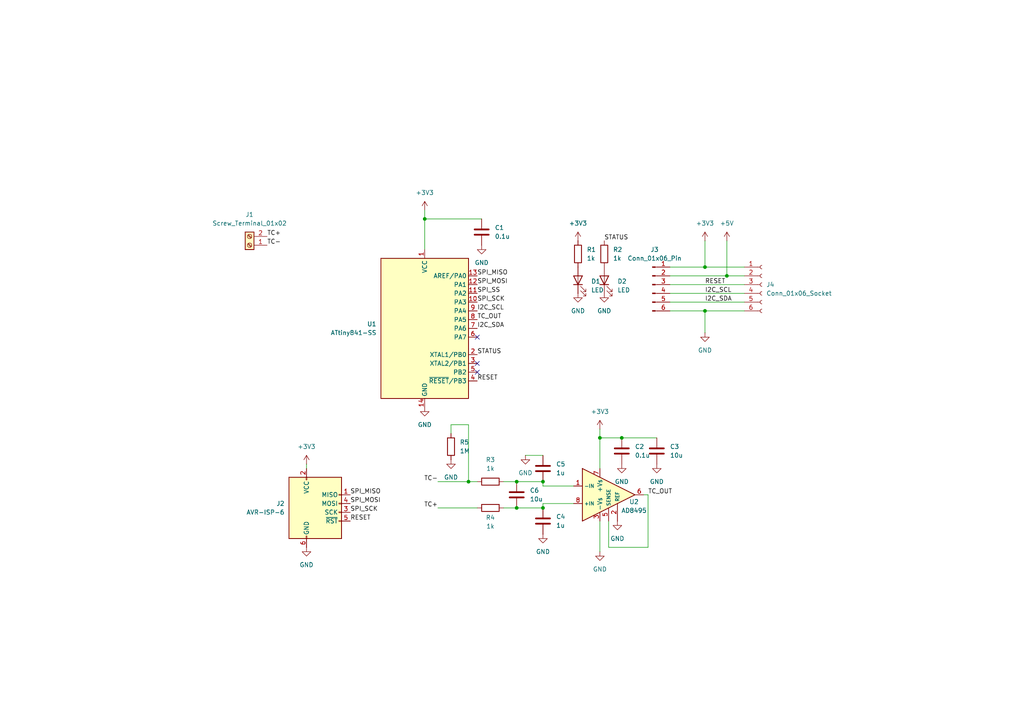
<source format=kicad_sch>
(kicad_sch (version 20231120) (generator "eeschema") (generator_version "8.0")
  (paper "A4")
  (lib_symbols
    (symbol "Connector:AVR-ISP-6" (pin_names (offset 1.016))
      (property "Reference" "J" (at -6.35 11.43 0))
      (property "Value" "AVR-ISP-6" (at 0 11.43 0))
      (symbol "AVR-ISP-6_0_1"
        (rectangle (start -2.667 -6.858) (end -2.413 -7.62))
        (rectangle (start -2.667 10.16) (end -2.413 9.398))
        (rectangle (start 7.62 -2.413) (end 6.858 -2.667))
        (rectangle (start 7.62 0.127) (end 6.858 -0.127))
        (rectangle (start 7.62 2.667) (end 6.858 2.413))
        (rectangle (start 7.62 5.207) (end 6.858 4.953))
        (rectangle (start 7.62 10.16) (end -7.62 -7.62) (stroke (width 0.254)) (fill (type background)))
      )
      (symbol "AVR-ISP-6_1_1"
        (pin passive line (at 10.16 5.08 180) (length 2.54) (name "MISO") (number "1"))
        (pin passive line (at -2.54 12.7 270) (length 2.54) (name "VCC") (number "2"))
        (pin passive line (at 10.16 0 180) (length 2.54) (name "SCK") (number "3"))
        (pin passive line (at 10.16 2.54 180) (length 2.54) (name "MOSI") (number "4"))
        (pin passive line (at 10.16 -2.54 180) (length 2.54) (name "~{RST}") (number "5"))
        (pin passive line (at -2.54 -10.16 90) (length 2.54) (name "GND") (number "6"))
      )
    )
    (symbol "Connector:Conn_01x06_Pin" (pin_names (offset 1.016) hide)
      (property "Reference" "J" (at 0 7.62 0))
      (property "Value" "Conn_01x06_Pin" (at 0 -10.16 0))
      (symbol "Conn_01x06_Pin_1_1"
        (polyline (pts (xy 1.27 -7.62) (xy 0.8636 -7.62)) (stroke (width 0.1524)))
        (polyline (pts (xy 1.27 -5.08) (xy 0.8636 -5.08)) (stroke (width 0.1524)))
        (polyline (pts (xy 1.27 -2.54) (xy 0.8636 -2.54)) (stroke (width 0.1524)))
        (polyline (pts (xy 1.27 0) (xy 0.8636 0)) (stroke (width 0.1524)))
        (polyline (pts (xy 1.27 2.54) (xy 0.8636 2.54)) (stroke (width 0.1524)))
        (polyline (pts (xy 1.27 5.08) (xy 0.8636 5.08)) (stroke (width 0.1524)))
        (rectangle (start 0.8636 -7.493) (end 0 -7.747) (stroke (width 0.1524)) (fill (type outline)))
        (rectangle (start 0.8636 -4.953) (end 0 -5.207) (stroke (width 0.1524)) (fill (type outline)))
        (rectangle (start 0.8636 -2.413) (end 0 -2.667) (stroke (width 0.1524)) (fill (type outline)))
        (rectangle (start 0.8636 0.127) (end 0 -0.127) (stroke (width 0.1524)) (fill (type outline)))
        (rectangle (start 0.8636 2.667) (end 0 2.413) (stroke (width 0.1524)) (fill (type outline)))
        (rectangle (start 0.8636 5.207) (end 0 4.953) (stroke (width 0.1524)) (fill (type outline)))
        (pin passive line (at 5.08 5.08 180) (length 3.81) (name "Pin_1") (number "1"))
        (pin passive line (at 5.08 2.54 180) (length 3.81) (name "Pin_2") (number "2"))
        (pin passive line (at 5.08 0 180) (length 3.81) (name "Pin_3") (number "3"))
        (pin passive line (at 5.08 -2.54 180) (length 3.81) (name "Pin_4") (number "4"))
        (pin passive line (at 5.08 -5.08 180) (length 3.81) (name "Pin_5") (number "5"))
        (pin passive line (at 5.08 -7.62 180) (length 3.81) (name "Pin_6") (number "6"))
      )
    )
    (symbol "Connector:Conn_01x06_Socket" (pin_names (offset 1.016) hide)
      (property "Reference" "J" (at 0 7.62 0))
      (property "Value" "Conn_01x06_Socket" (at 0 -10.16 0))
      (symbol "Conn_01x06_Socket_1_1"
        (arc (start 0 -7.112) (mid -0.5058 -7.62) (end 0 -8.128) (stroke (width 0.1524)))
        (arc (start 0 -4.572) (mid -0.5058 -5.08) (end 0 -5.588) (stroke (width 0.1524)))
        (arc (start 0 -2.032) (mid -0.5058 -2.54) (end 0 -3.048) (stroke (width 0.1524)))
        (polyline (pts (xy -1.27 -7.62) (xy -0.508 -7.62)) (stroke (width 0.1524)))
        (polyline (pts (xy -1.27 -5.08) (xy -0.508 -5.08)) (stroke (width 0.1524)))
        (polyline (pts (xy -1.27 -2.54) (xy -0.508 -2.54)) (stroke (width 0.1524)))
        (polyline (pts (xy -1.27 0) (xy -0.508 0)) (stroke (width 0.1524)))
        (polyline (pts (xy -1.27 2.54) (xy -0.508 2.54)) (stroke (width 0.1524)))
        (polyline (pts (xy -1.27 5.08) (xy -0.508 5.08)) (stroke (width 0.1524)))
        (arc (start 0 0.508) (mid -0.5058 0) (end 0 -0.508) (stroke (width 0.1524)))
        (arc (start 0 3.048) (mid -0.5058 2.54) (end 0 2.032) (stroke (width 0.1524)))
        (arc (start 0 5.588) (mid -0.5058 5.08) (end 0 4.572) (stroke (width 0.1524)))
        (pin passive line (at -5.08 5.08 0) (length 3.81) (name "Pin_1") (number "1"))
        (pin passive line (at -5.08 2.54 0) (length 3.81) (name "Pin_2") (number "2"))
        (pin passive line (at -5.08 0 0) (length 3.81) (name "Pin_3") (number "3"))
        (pin passive line (at -5.08 -2.54 0) (length 3.81) (name "Pin_4") (number "4"))
        (pin passive line (at -5.08 -5.08 0) (length 3.81) (name "Pin_5") (number "5"))
        (pin passive line (at -5.08 -7.62 0) (length 3.81) (name "Pin_6") (number "6"))
      )
    )
    (symbol "Connector:Screw_Terminal_01x02" (pin_names (offset 1.016) hide)
      (property "Reference" "J" (at 0 2.54 0))
      (property "Value" "Screw_Terminal_01x02" (at 0 -5.08 0))
      (symbol "Screw_Terminal_01x02_1_1"
        (rectangle (start -1.27 1.27) (end 1.27 -3.81) (stroke (width 0.254)) (fill (type background)))
        (circle (center 0 -2.54) (radius 0.635) (stroke (width 0.1524)))
        (polyline (pts (xy -0.5334 -2.2098) (xy 0.3302 -3.048)) (stroke (width 0.1524)))
        (polyline (pts (xy -0.5334 0.3302) (xy 0.3302 -0.508)) (stroke (width 0.1524)))
        (polyline (pts (xy -0.3556 -2.032) (xy 0.508 -2.8702)) (stroke (width 0.1524)))
        (polyline (pts (xy -0.3556 0.508) (xy 0.508 -0.3302)) (stroke (width 0.1524)))
        (circle (center 0 0) (radius 0.635) (stroke (width 0.1524)))
        (pin passive line (at -5.08 0 0) (length 3.81) (name "Pin_1") (number "1"))
        (pin passive line (at -5.08 -2.54 0) (length 3.81) (name "Pin_2") (number "2"))
      )
    )
    (symbol "Device:C" (pin_numbers hide) (pin_names (offset 0.254))
      (property "Reference" "C" (at 0.635 2.54 0))
      (property "Value" "C" (at 0.635 -2.54 0))
      (symbol "C_0_1"
        (polyline (pts (xy -2.032 -0.762) (xy 2.032 -0.762)) (stroke (width 0.508)))
        (polyline (pts (xy -2.032 0.762) (xy 2.032 0.762)) (stroke (width 0.508)))
      )
      (symbol "C_1_1"
        (pin passive line (at 0 3.81 270) (length 2.794) (name "~") (number "1"))
        (pin passive line (at 0 -3.81 90) (length 2.794) (name "~") (number "2"))
      )
    )
    (symbol "Device:LED" (pin_numbers hide) (pin_names (offset 1.016) hide)
      (property "Reference" "D" (at 0 2.54 0))
      (property "Value" "LED" (at 0 -2.54 0))
      (symbol "LED_0_1"
        (polyline (pts (xy -1.27 -1.27) (xy -1.27 1.27)) (stroke (width 0.254)))
        (polyline (pts (xy -1.27 0) (xy 1.27 0)))
        (polyline (pts (xy 1.27 -1.27) (xy 1.27 1.27) (xy -1.27 0) (xy 1.27 -1.27)) (stroke (width 0.254)))
        (polyline (pts (xy -3.048 -0.762) (xy -4.572 -2.286) (xy -3.81 -2.286) (xy -4.572 -2.286) (xy -4.572 -1.524)))
        (polyline (pts (xy -1.778 -0.762) (xy -3.302 -2.286) (xy -2.54 -2.286) (xy -3.302 -2.286) (xy -3.302 -1.524)))
      )
      (symbol "LED_1_1"
        (pin passive line (at -3.81 0 0) (length 2.54) (name "K") (number "1"))
        (pin passive line (at 3.81 0 180) (length 2.54) (name "A") (number "2"))
      )
    )
    (symbol "Device:R" (pin_numbers hide) (pin_names (offset 0))
      (property "Reference" "R" (at 2.032 0 90))
      (property "Value" "R" (at 0 0 90))
      (symbol "R_0_1"
        (rectangle (start -1.016 -2.54) (end 1.016 2.54) (stroke (width 0.254)))
      )
      (symbol "R_1_1"
        (pin passive line (at 0 3.81 270) (length 1.27) (name "~") (number "1"))
        (pin passive line (at 0 -3.81 90) (length 1.27) (name "~") (number "2"))
      )
    )
    (symbol "MCU_Microchip_ATtiny:ATtiny841-SS"
      (property "Reference" "U" (at -12.7 21.59 0))
      (property "Value" "ATtiny841-SS" (at 2.54 -21.59 0))
      (symbol "ATtiny841-SS_0_1"
        (rectangle (start -12.7 -20.32) (end 12.7 20.32) (stroke (width 0.254)) (fill (type background)))
      )
      (symbol "ATtiny841-SS_1_1"
        (pin power_in line (at 0 22.86 270) (length 2.54) (name "VCC") (number "1"))
        (pin bidirectional line (at 15.24 7.62 180) (length 2.54) (name "PA3") (number "10"))
        (pin bidirectional line (at 15.24 10.16 180) (length 2.54) (name "PA2") (number "11"))
        (pin bidirectional line (at 15.24 12.7 180) (length 2.54) (name "PA1") (number "12"))
        (pin bidirectional line (at 15.24 15.24 180) (length 2.54) (name "AREF/PA0") (number "13"))
        (pin power_in line (at 0 -22.86 90) (length 2.54) (name "GND") (number "14"))
        (pin bidirectional line (at 15.24 -7.62 180) (length 2.54) (name "XTAL1/PB0") (number "2"))
        (pin bidirectional line (at 15.24 -10.16 180) (length 2.54) (name "XTAL2/PB1") (number "3"))
        (pin bidirectional line (at 15.24 -15.24 180) (length 2.54) (name "~{RESET}/PB3") (number "4"))
        (pin bidirectional line (at 15.24 -12.7 180) (length 2.54) (name "PB2") (number "5"))
        (pin bidirectional line (at 15.24 -2.54 180) (length 2.54) (name "PA7") (number "6"))
        (pin bidirectional line (at 15.24 0 180) (length 2.54) (name "PA6") (number "7"))
        (pin bidirectional line (at 15.24 2.54 180) (length 2.54) (name "PA5") (number "8"))
        (pin bidirectional line (at 15.24 5.08 180) (length 2.54) (name "PA4") (number "9"))
      )
    )
    (symbol "Sensor_Temperature:AD8495"
      (property "Reference" "U" (at 5.08 3.81 0))
      (property "Value" "AD8495" (at 8.89 -3.81 0))
      (symbol "AD8495_0_1"
        (polyline (pts (xy -7.62 7.62) (xy 7.62 0) (xy -7.62 -7.62) (xy -7.62 7.62)) (stroke (width 0.254)) (fill (type background)))
      )
      (symbol "AD8495_1_1"
        (pin input line (at -10.16 2.54 0) (length 2.54) (name "-IN") (number "1"))
        (pin input line (at 2.54 -7.62 90) (length 5.08) (name "REF") (number "2"))
        (pin power_in line (at -2.54 -7.62 90) (length 2.54) (name "-Vs") (number "3"))
        (pin no_connect line (at -5.08 0 180) (length 2.54) hide (name "NC") (number "4"))
        (pin passive line (at 0 -7.62 90) (length 3.81) (name "SENSE") (number "5"))
        (pin output line (at 10.16 0 180) (length 2.54) (name "~") (number "6"))
        (pin power_in line (at -2.54 7.62 270) (length 2.54) (name "+Vs") (number "7"))
        (pin input line (at -10.16 -2.54 0) (length 2.54) (name "+IN") (number "8"))
      )
    )
    (symbol "power:+3V3" (power) (pin_numbers hide) (pin_names (offset 0) hide)
      (property "Value" "+3V3" (at 0 3.556 0))
      (symbol "+3V3_0_1"
        (polyline (pts (xy -0.762 1.27) (xy 0 2.54)))
        (polyline (pts (xy 0 0) (xy 0 2.54)))
        (polyline (pts (xy 0 2.54) (xy 0.762 1.27)))
      )
      (symbol "+3V3_1_1"
        (pin power_in line (at 0 0 90) (length 0) (name "~") (number "1"))
      )
    )
    (symbol "power:+5V" (power) (pin_numbers hide) (pin_names (offset 0) hide)
      (property "Value" "+5V" (at 0 3.556 0))
      (symbol "+5V_0_1"
        (polyline (pts (xy -0.762 1.27) (xy 0 2.54)))
        (polyline (pts (xy 0 0) (xy 0 2.54)))
        (polyline (pts (xy 0 2.54) (xy 0.762 1.27)))
      )
      (symbol "+5V_1_1"
        (pin power_in line (at 0 0 90) (length 0) (name "~") (number "1"))
      )
    )
    (symbol "power:GND" (power) (pin_numbers hide) (pin_names (offset 0) hide)
      (property "Value" "GND" (at 0 -3.81 0))
      (symbol "GND_0_1"
        (polyline (pts (xy 0 0) (xy 0 -1.27) (xy 1.27 -1.27) (xy 0 -2.54) (xy -1.27 -1.27) (xy 0 -1.27)))
      )
      (symbol "GND_1_1"
        (pin power_in line (at 0 0 270) (length 0) (name "~") (number "1"))
      )
    )
  )
  (junction (at 173.99 127))
  (junction (at 204.47 77.47))
  (junction (at 149.86 147.32))
  (junction (at 157.48 139.7))
  (junction (at 204.47 90.17))
  (junction (at 123.19 63.5))
  (junction (at 135.89 139.7))
  (junction (at 210.82 80.01))
  (junction (at 157.48 147.32))
  (junction (at 180.34 127))
  (junction (at 149.86 139.7))
  (no_connect (at 138.43 105.41))
  (no_connect (at 138.43 97.79))
  (no_connect (at 138.43 107.95))
  (wire (pts (xy 194.31 80.01) (xy 210.82 80.01)))
  (wire (pts (xy 135.89 123.19) (xy 135.89 139.7)))
  (wire (pts (xy 210.82 69.85) (xy 210.82 80.01)))
  (wire (pts (xy 187.96 158.75) (xy 187.96 143.51)))
  (wire (pts (xy 123.19 63.5) (xy 123.19 72.39)))
  (wire (pts (xy 173.99 127) (xy 180.34 127)))
  (wire (pts (xy 88.9 134.62) (xy 88.9 135.89)))
  (wire (pts (xy 194.31 85.09) (xy 215.9 85.09)))
  (wire (pts (xy 146.05 147.32) (xy 149.86 147.32)))
  (wire (pts (xy 194.31 90.17) (xy 204.47 90.17)))
  (wire (pts (xy 204.47 90.17) (xy 215.9 90.17)))
  (wire (pts (xy 204.47 90.17) (xy 204.47 96.52)))
  (wire (pts (xy 194.31 77.47) (xy 204.47 77.47)))
  (wire (pts (xy 173.99 151.13) (xy 173.99 160.02)))
  (wire (pts (xy 204.47 69.85) (xy 204.47 77.47)))
  (wire (pts (xy 176.53 158.75) (xy 187.96 158.75)))
  (wire (pts (xy 176.53 151.13) (xy 176.53 158.75)))
  (wire (pts (xy 187.96 143.51) (xy 186.69 143.51)))
  (wire (pts (xy 157.48 140.97) (xy 157.48 139.7)))
  (wire (pts (xy 157.48 146.05) (xy 157.48 147.32)))
  (wire (pts (xy 173.99 135.89) (xy 173.99 127)))
  (wire (pts (xy 130.81 123.19) (xy 135.89 123.19)))
  (wire (pts (xy 204.47 77.47) (xy 215.9 77.47)))
  (wire (pts (xy 127 147.32) (xy 138.43 147.32)))
  (wire (pts (xy 123.19 60.96) (xy 123.19 63.5)))
  (wire (pts (xy 130.81 125.73) (xy 130.81 123.19)))
  (wire (pts (xy 146.05 139.7) (xy 149.86 139.7)))
  (wire (pts (xy 152.4 132.08) (xy 157.48 132.08)))
  (wire (pts (xy 123.19 63.5) (xy 139.7 63.5)))
  (wire (pts (xy 149.86 147.32) (xy 157.48 147.32)))
  (wire (pts (xy 180.34 127) (xy 190.5 127)))
  (wire (pts (xy 127 139.7) (xy 135.89 139.7)))
  (wire (pts (xy 166.37 140.97) (xy 157.48 140.97)))
  (wire (pts (xy 135.89 139.7) (xy 138.43 139.7)))
  (wire (pts (xy 194.31 82.55) (xy 215.9 82.55)))
  (wire (pts (xy 194.31 87.63) (xy 215.9 87.63)))
  (wire (pts (xy 166.37 146.05) (xy 157.48 146.05)))
  (wire (pts (xy 210.82 80.01) (xy 215.9 80.01)))
  (wire (pts (xy 149.86 139.7) (xy 157.48 139.7)))
  (wire (pts (xy 173.99 124.46) (xy 173.99 127)))
  (label "I2C_SDA" (at 138.43 95.25 0))
  (label "TC+" (at 77.47 68.58 0))
  (label "STATUS" (at 175.26 69.85 0))
  (label "TC_OUT" (at 187.96 143.51 0))
  (label "RESET" (at 204.47 82.55 0))
  (label "I2C_SCL" (at 138.43 90.17 0))
  (label "SPI_SS" (at 138.43 85.09 0))
  (label "SPI_MOSI" (at 101.6 146.05 0))
  (label "TC+" (at 127 147.32 180))
  (label "SPI_SCK" (at 138.43 87.63 0))
  (label "TC_OUT" (at 138.43 92.71 0))
  (label "SPI_SCK" (at 101.6 148.59 0))
  (label "SPI_MISO" (at 138.43 80.01 0))
  (label "SPI_MISO" (at 101.6 143.51 0))
  (label "TC-" (at 127 139.7 180))
  (label "I2C_SDA" (at 204.47 87.63 0))
  (label "RESET" (at 101.6 151.13 0))
  (label "SPI_MOSI" (at 138.43 82.55 0))
  (label "STATUS" (at 138.43 102.87 0))
  (label "TC-" (at 77.47 71.12 0))
  (label "I2C_SCL" (at 204.47 85.09 0))
  (label "RESET" (at 138.43 110.49 0))
  (symbol (lib_id "power:GND") (at 175.26 85.09 0) (unit 1)
    (property "Reference" "#PWR08" (effects (hide yes)))
    (property "Value" "GND" (at 175.26 90.17 0))
    (property "Description" "Power symbol creates a global label with name \"GND\" , ground" (effects (hide yes)))
  )
  (symbol (lib_id "power:+3V3") (at 173.99 124.46 0) (unit 1)
    (property "Reference" "#PWR015" (effects (hide yes)))
    (property "Value" "+3V3" (at 173.99 119.38 0))
    (property "Description" "Power symbol creates a global label with name \"+3V3\"" (effects (hide yes)))
  )
  (symbol (lib_id "Device:C") (at 157.48 135.89 0) (unit 1)
    (property "Reference" "C5" (at 161.29 134.6199 0) (effects (justify left)))
    (property "Value" "1u" (at 161.29 137.1599 0) (effects (justify left)))
    (property "Footprint" "Capacitor_SMD:C_0603_1608Metric" (effects (hide yes)))
    (property "Description" "Unpolarized capacitor" (effects (hide yes)))
  )
  (symbol (lib_id "power:GND") (at 204.47 96.52 0) (unit 1)
    (property "Reference" "#PWR010" (effects (hide yes)))
    (property "Value" "GND" (at 204.47 101.6 0))
    (property "Description" "Power symbol creates a global label with name \"GND\" , ground" (effects (hide yes)))
  )
  (symbol (lib_id "power:GND") (at 167.64 85.09 0) (unit 1)
    (property "Reference" "#PWR07" (effects (hide yes)))
    (property "Value" "GND" (at 167.64 90.17 0))
    (property "Description" "Power symbol creates a global label with name \"GND\" , ground" (effects (hide yes)))
  )
  (symbol (lib_id "Device:C") (at 180.34 130.81 0) (unit 1)
    (property "Reference" "C2" (at 184.15 129.5399 0) (effects (justify left)))
    (property "Value" "0.1u" (at 184.15 132.0799 0) (effects (justify left)))
    (property "Footprint" "Capacitor_SMD:C_0603_1608Metric" (effects (hide yes)))
    (property "Description" "Unpolarized capacitor" (effects (hide yes)))
  )
  (symbol (lib_id "Sensor_Temperature:AD8495") (at 176.53 143.51 0) (unit 1)
    (property "Reference" "U2" (at 183.896 145.542 0))
    (property "Value" "AD8495" (at 183.896 148.082 0))
    (property "Footprint" "Package_SO:MSOP-8_3x3mm_P0.65mm" (effects (hide yes)))
    (property "Datasheet" "https://www.analog.com/media/en/technical-documentation/data-sheets/ad8494_8495_8496_8497.pdf" (effects (hide yes)))
    (property "Description" "Precision Thermocouple Amplifiers with Cold Junction Compensation, K-Type Thermocouple, 0 to 50C, MSOP-8" (effects (hide yes)))
  )
  (symbol (lib_id "power:+3V3") (at 88.9 134.62 0) (unit 1)
    (property "Reference" "#PWR01" (effects (hide yes)))
    (property "Value" "+3V3" (at 88.9 129.54 0))
    (property "Description" "Power symbol creates a global label with name \"+3V3\"" (effects (hide yes)))
  )
  (symbol (lib_id "Connector:AVR-ISP-6") (at 91.44 148.59 0) (unit 1)
    (property "Reference" "J2" (at 82.55 146.0499 0) (effects (justify right)))
    (property "Value" "AVR-ISP-6" (at 82.55 148.5899 0) (effects (justify right)))
    (property "Footprint" "Connector:Tag-Connect_TC2030-IDC-NL_2x03_P1.27mm_Vertical" (effects (hide yes)))
    (property "Description" "Atmel 6-pin ISP connector" (effects (hide yes)))
  )
  (symbol (lib_id "power:GND") (at 123.19 118.11 0) (unit 1)
    (property "Reference" "#PWR04" (effects (hide yes)))
    (property "Value" "GND" (at 123.19 123.19 0))
    (property "Description" "Power symbol creates a global label with name \"GND\" , ground" (effects (hide yes)))
  )
  (symbol (lib_id "power:GND") (at 173.99 160.02 0) (unit 1)
    (property "Reference" "#PWR012" (effects (hide yes)))
    (property "Value" "GND" (at 173.99 165.1 0))
    (property "Description" "Power symbol creates a global label with name \"GND\" , ground" (effects (hide yes)))
  )
  (symbol (lib_id "power:+3V3") (at 167.64 69.85 0) (unit 1)
    (property "Reference" "#PWR06" (effects (hide yes)))
    (property "Value" "+3V3" (at 167.64 64.77 0))
    (property "Description" "Power symbol creates a global label with name \"+3V3\"" (effects (hide yes)))
  )
  (symbol (lib_id "Device:C") (at 157.48 151.13 0) (unit 1)
    (property "Reference" "C4" (at 161.29 149.8599 0) (effects (justify left)))
    (property "Value" "1u" (at 161.29 152.3999 0) (effects (justify left)))
    (property "Footprint" "Capacitor_SMD:C_0603_1608Metric" (effects (hide yes)))
    (property "Description" "Unpolarized capacitor" (effects (hide yes)))
  )
  (symbol (lib_id "Device:C") (at 190.5 130.81 0) (unit 1)
    (property "Reference" "C3" (at 194.31 129.5399 0) (effects (justify left)))
    (property "Value" "10u" (at 194.31 132.0799 0) (effects (justify left)))
    (property "Footprint" "Capacitor_SMD:C_0603_1608Metric" (effects (hide yes)))
    (property "Description" "Unpolarized capacitor" (effects (hide yes)))
  )
  (symbol (lib_id "Device:LED") (at 175.26 81.28 90) (unit 1)
    (property "Reference" "D2" (at 179.07 81.5974 90) (effects (justify right)))
    (property "Value" "LED" (at 179.07 84.1374 90) (effects (justify right)))
    (property "Footprint" "LED_SMD:LED_0603_1608Metric" (effects (hide yes)))
    (property "Description" "Light emitting diode" (effects (hide yes)))
  )
  (symbol (lib_id "power:GND") (at 180.34 134.62 0) (unit 1)
    (property "Reference" "#PWR014" (effects (hide yes)))
    (property "Value" "GND" (at 180.34 139.7 0))
    (property "Description" "Power symbol creates a global label with name \"GND\" , ground" (effects (hide yes)))
  )
  (symbol (lib_id "power:GND") (at 139.7 71.12 0) (unit 1)
    (property "Reference" "#PWR05" (effects (hide yes)))
    (property "Value" "GND" (at 139.7 76.2 0))
    (property "Description" "Power symbol creates a global label with name \"GND\" , ground" (effects (hide yes)))
  )
  (symbol (lib_id "Device:R") (at 130.81 129.54 180) (unit 1)
    (property "Reference" "R5" (at 133.35 128.2699 0) (effects (justify right)))
    (property "Value" "1M" (at 133.35 130.8099 0) (effects (justify right)))
    (property "Footprint" "Resistor_SMD:R_0603_1608Metric" (effects (hide yes)))
    (property "Description" "Resistor" (effects (hide yes)))
  )
  (symbol (lib_id "power:GND") (at 157.48 154.94 0) (unit 1)
    (property "Reference" "#PWR016" (effects (hide yes)))
    (property "Value" "GND" (at 157.48 160.02 0))
    (property "Description" "Power symbol creates a global label with name \"GND\" , ground" (effects (hide yes)))
  )
  (symbol (lib_id "Device:C") (at 139.7 67.31 0) (unit 1)
    (property "Reference" "C1" (at 143.51 66.0399 0) (effects (justify left)))
    (property "Value" "0.1u" (at 143.51 68.5799 0) (effects (justify left)))
    (property "Footprint" "Capacitor_SMD:C_0603_1608Metric" (effects (hide yes)))
    (property "Description" "Unpolarized capacitor" (effects (hide yes)))
  )
  (symbol (lib_id "power:GND") (at 130.81 133.35 0) (unit 1)
    (property "Reference" "#PWR018" (effects (hide yes)))
    (property "Value" "GND" (at 130.81 138.43 0))
    (property "Description" "Power symbol creates a global label with name \"GND\" , ground" (effects (hide yes)))
  )
  (symbol (lib_id "power:+3V3") (at 204.47 69.85 0) (unit 1)
    (property "Reference" "#PWR09" (effects (hide yes)))
    (property "Value" "+3V3" (at 204.47 64.77 0))
    (property "Description" "Power symbol creates a global label with name \"+3V3\"" (effects (hide yes)))
  )
  (symbol (lib_id "power:GND") (at 152.4 132.08 0) (unit 1)
    (property "Reference" "#PWR017" (effects (hide yes)))
    (property "Value" "GND" (at 152.4 137.16 0))
    (property "Description" "Power symbol creates a global label with name \"GND\" , ground" (effects (hide yes)))
  )
  (symbol (lib_id "power:GND") (at 179.07 151.13 0) (unit 1)
    (property "Reference" "#PWR019" (effects (hide yes)))
    (property "Value" "GND" (at 179.07 156.21 0))
    (property "Description" "Power symbol creates a global label with name \"GND\" , ground" (effects (hide yes)))
  )
  (symbol (lib_id "Device:R") (at 142.24 139.7 90) (unit 1)
    (property "Reference" "R3" (at 142.24 133.35 90))
    (property "Value" "1k" (at 142.24 135.89 90))
    (property "Footprint" "Resistor_SMD:R_0603_1608Metric" (effects (hide yes)))
    (property "Description" "Resistor" (effects (hide yes)))
  )
  (symbol (lib_id "Device:C") (at 149.86 143.51 0) (unit 1)
    (property "Reference" "C6" (at 153.67 142.2399 0) (effects (justify left)))
    (property "Value" "10u" (at 153.67 144.7799 0) (effects (justify left)))
    (property "Footprint" "Capacitor_SMD:C_0603_1608Metric" (effects (hide yes)))
    (property "Description" "Unpolarized capacitor" (effects (hide yes)))
  )
  (symbol (lib_id "Device:R") (at 175.26 73.66 0) (unit 1)
    (property "Reference" "R2" (at 177.8 72.3899 0) (effects (justify left)))
    (property "Value" "1k" (at 177.8 74.9299 0) (effects (justify left)))
    (property "Footprint" "Resistor_SMD:R_0603_1608Metric" (effects (hide yes)))
    (property "Description" "Resistor" (effects (hide yes)))
  )
  (symbol (lib_id "Device:LED") (at 167.64 81.28 90) (unit 1)
    (property "Reference" "D1" (at 171.45 81.5974 90) (effects (justify right)))
    (property "Value" "LED" (at 171.45 84.1374 90) (effects (justify right)))
    (property "Footprint" "LED_SMD:LED_0603_1608Metric" (effects (hide yes)))
    (property "Description" "Light emitting diode" (effects (hide yes)))
  )
  (symbol (lib_id "Connector:Conn_01x06_Socket") (at 220.98 82.55 0) (unit 1)
    (property "Reference" "J4" (at 222.25 82.5499 0) (effects (justify left)))
    (property "Value" "Conn_01x06_Socket" (at 222.25 85.0899 0) (effects (justify left)))
    (property "Footprint" "Connector_PinSocket_2.54mm:PinSocket_1x06_P2.54mm_Horizontal" (effects (hide yes)))
    (property "Description" "Generic connector, single row, 01x06, script generated" (effects (hide yes)))
  )
  (symbol (lib_id "Connector:Screw_Terminal_01x02") (at 72.39 71.12 180) (unit 1)
    (property "Reference" "J1" (at 72.39 62.23 0))
    (property "Value" "Screw_Terminal_01x02" (at 72.39 64.77 0))
    (property "Footprint" "TerminalBlock_Phoenix:TerminalBlock_Phoenix_MPT-0,5-2-2.54_1x02_P2.54mm_Horizontal" (effects (hide yes)))
    (property "Description" "Generic screw terminal, single row, 01x02, script generated (kicad-library-utils/schlib/autogen/connector/)" (effects (hide yes)))
  )
  (symbol (lib_id "power:GND") (at 88.9 158.75 0) (unit 1)
    (property "Reference" "#PWR02" (effects (hide yes)))
    (property "Value" "GND" (at 88.9 163.83 0))
    (property "Description" "Power symbol creates a global label with name \"GND\" , ground" (effects (hide yes)))
  )
  (symbol (lib_id "Device:R") (at 142.24 147.32 270) (unit 1)
    (property "Reference" "R4" (at 142.24 150.114 90))
    (property "Value" "1k" (at 142.24 152.654 90))
    (property "Footprint" "Resistor_SMD:R_0603_1608Metric" (effects (hide yes)))
    (property "Description" "Resistor" (effects (hide yes)))
  )
  (symbol (lib_id "Device:R") (at 167.64 73.66 0) (unit 1)
    (property "Reference" "R1" (at 170.18 72.3899 0) (effects (justify left)))
    (property "Value" "1k" (at 170.18 74.9299 0) (effects (justify left)))
    (property "Footprint" "Resistor_SMD:R_0603_1608Metric" (effects (hide yes)))
    (property "Description" "Resistor" (effects (hide yes)))
  )
  (symbol (lib_id "MCU_Microchip_ATtiny:ATtiny841-SS") (at 123.19 95.25 0) (unit 1)
    (property "Reference" "U1" (at 109.22 93.9799 0) (effects (justify right)))
    (property "Value" "ATtiny841-SS" (at 109.22 96.5199 0) (effects (justify right)))
    (property "Footprint" "Package_SO:SOIC-14_3.9x8.7mm_P1.27mm" (effects (hide yes)))
    (property "Datasheet" "http://ww1.microchip.com/downloads/en/DeviceDoc/Atmel-8495-8-bit-AVR-Microcontrollers-ATtiny441-ATtiny841_Datasheet.pdf" (effects (hide yes)))
    (property "Description" "16MHz, 8kB Flash, 512B SRAM, 512B EEPROM, ADC, ACI, debugWIRE, SOIC-14" (effects (hide yes)))
  )
  (symbol (lib_id "power:+5V") (at 210.82 69.85 0) (unit 1)
    (property "Reference" "#PWR011" (effects (hide yes)))
    (property "Value" "+5V" (at 210.82 64.77 0))
    (property "Description" "Power symbol creates a global label with name \"+5V\"" (effects (hide yes)))
  )
  (symbol (lib_id "power:GND") (at 190.5 134.62 0) (unit 1)
    (property "Reference" "#PWR013" (effects (hide yes)))
    (property "Value" "GND" (at 190.5 139.7 0))
    (property "Description" "Power symbol creates a global label with name \"GND\" , ground" (effects (hide yes)))
  )
  (symbol (lib_id "Connector:Conn_01x06_Pin") (at 189.23 82.55 0) (unit 1)
    (property "Reference" "J3" (at 189.865 72.39 0))
    (property "Value" "Conn_01x06_Pin" (at 189.865 74.93 0))
    (property "Footprint" "Connector_PinHeader_2.54mm:PinHeader_1x06_P2.54mm_Horizontal" (effects (hide yes)))
    (property "Description" "Generic connector, single row, 01x06, script generated" (effects (hide yes)))
  )
  (symbol (lib_id "power:+3V3") (at 123.19 60.96 0) (unit 1)
    (property "Reference" "#PWR03" (effects (hide yes)))
    (property "Value" "+3V3" (at 123.19 55.88 0))
    (property "Description" "Power symbol creates a global label with name \"+3V3\"" (effects (hide yes)))
  )
)
</source>
